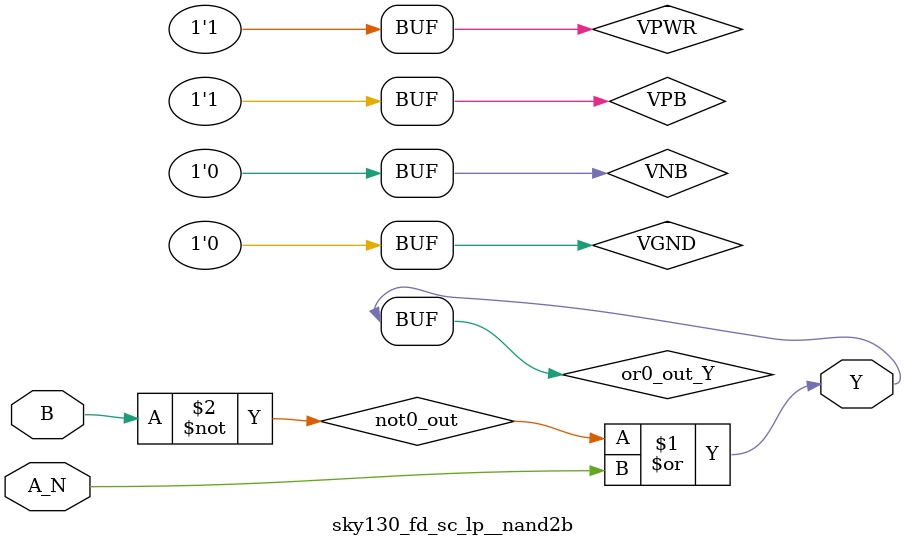
<source format=v>
/*
 * Copyright 2020 The SkyWater PDK Authors
 *
 * Licensed under the Apache License, Version 2.0 (the "License");
 * you may not use this file except in compliance with the License.
 * You may obtain a copy of the License at
 *
 *     https://www.apache.org/licenses/LICENSE-2.0
 *
 * Unless required by applicable law or agreed to in writing, software
 * distributed under the License is distributed on an "AS IS" BASIS,
 * WITHOUT WARRANTIES OR CONDITIONS OF ANY KIND, either express or implied.
 * See the License for the specific language governing permissions and
 * limitations under the License.
 *
 * SPDX-License-Identifier: Apache-2.0
*/


`ifndef SKY130_FD_SC_LP__NAND2B_BEHAVIORAL_V
`define SKY130_FD_SC_LP__NAND2B_BEHAVIORAL_V

/**
 * nand2b: 2-input NAND, first input inverted.
 *
 * Verilog simulation functional model.
 */

`timescale 1ns / 1ps
`default_nettype none

`celldefine
module sky130_fd_sc_lp__nand2b (
    Y  ,
    A_N,
    B
);

    // Module ports
    output Y  ;
    input  A_N;
    input  B  ;

    // Module supplies
    supply1 VPWR;
    supply0 VGND;
    supply1 VPB ;
    supply0 VNB ;

    // Local signals
    wire not0_out ;
    wire or0_out_Y;

    //  Name  Output     Other arguments
    not not0 (not0_out , B              );
    or  or0  (or0_out_Y, not0_out, A_N  );
    buf buf0 (Y        , or0_out_Y      );

endmodule
`endcelldefine

`default_nettype wire
`endif  // SKY130_FD_SC_LP__NAND2B_BEHAVIORAL_V
</source>
